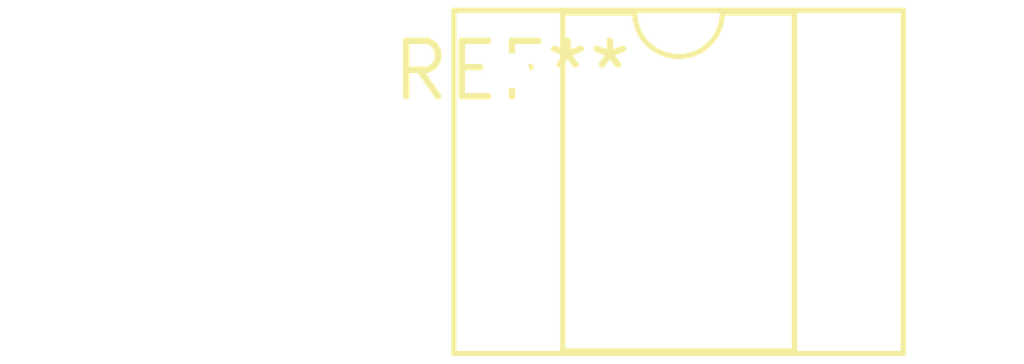
<source format=kicad_pcb>
(kicad_pcb (version 20240108) (generator pcbnew)
  (layers (0 "F.Cu" signal) (31 "B.Cu" signal) (34 "B.Paste" user) (35 "F.Paste" user) (36 "B.SilkS" user "B.Silkscreen") (37 "F.SilkS" user "F.Silkscreen") (38 "B.Mask" user) (39 "F.Mask" user) (44 "Edge.Cuts" user))
  (net 0 "")
  (footprint "DIP-6_W7.62mm_Socket" (layer "F.Cu") (at 0 0)
    (property "Reference" "REF**")
    (property "Value" "DIP-6_W7.62mm_Socket")
    (fp_line (start -1.33 -1.39) (end -1.33 6.47) (layer "F.SilkS") (stroke (width 0.12)))
    (fp_line (start -1.33 6.47) (end 8.95 6.47) (layer "F.SilkS") (stroke (width 0.12)))
    (fp_line (start 1.16 -1.33) (end 1.16 6.41) (layer "F.SilkS") (stroke (width 0.12)))
    (fp_line (start 1.16 6.41) (end 6.46 6.41) (layer "F.SilkS") (stroke (width 0.12)))
    (fp_line (start 2.81 -1.33) (end 1.16 -1.33) (layer "F.SilkS") (stroke (width 0.12)))
    (fp_line (start 6.46 -1.33) (end 4.81 -1.33) (layer "F.SilkS") (stroke (width 0.12)))
    (fp_line (start 6.46 6.41) (end 6.46 -1.33) (layer "F.SilkS") (stroke (width 0.12)))
    (fp_line (start 8.95 -1.39) (end -1.33 -1.39) (layer "F.SilkS") (stroke (width 0.12)))
    (fp_line (start 8.95 6.47) (end 8.95 -1.39) (layer "F.SilkS") (stroke (width 0.12)))
    (fp_arc (start 4.81 -1.33) (mid 3.81 -0.33) (end 2.81 -1.33) (layer "F.SilkS") (stroke (width 0.12)))
    (pad "1" thru_hole rect (at 0 0) (size 1.6 1.6) (drill 0.8) (layers *.Cu *.Mask) (remove_unused_layers))
    (pad "2" thru_hole oval (at 0 2.54) (size 1.6 1.6) (drill 0.8) (layers *.Cu *.Mask) (remove_unused_layers))
    (pad "3" thru_hole oval (at 0 5.08) (size 1.6 1.6) (drill 0.8) (layers *.Cu *.Mask) (remove_unused_layers))
    (pad "4" thru_hole oval (at 7.62 5.08) (size 1.6 1.6) (drill 0.8) (layers *.Cu *.Mask) (remove_unused_layers))
    (pad "5" thru_hole oval (at 7.62 2.54) (size 1.6 1.6) (drill 0.8) (layers *.Cu *.Mask) (remove_unused_layers))
    (pad "6" thru_hole oval (at 7.62 0) (size 1.6 1.6) (drill 0.8) (layers *.Cu *.Mask) (remove_unused_layers))
  )
)
</source>
